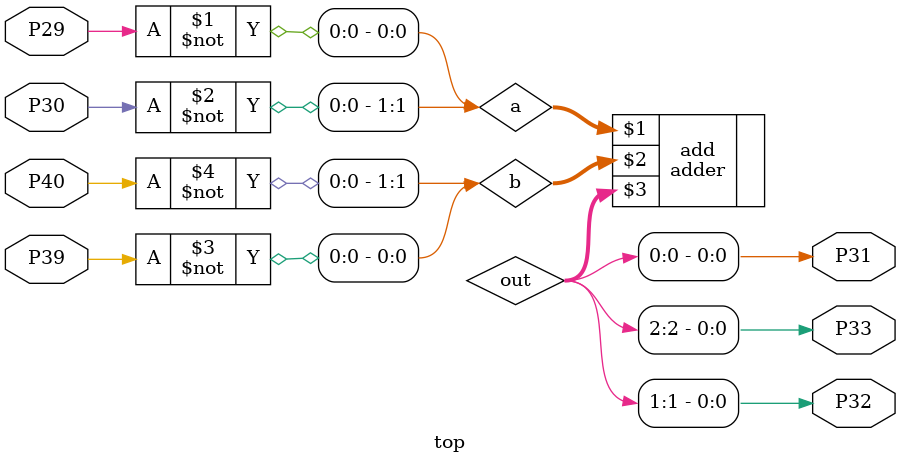
<source format=v>

`ifdef LINTER
    `include "rtl/adder.v"
`endif

module top (
    input               P39, P40,
    input               P29, P30,
    output wire         P31, P32, P33
);

    wire [1:0] a = {~P30,~P29};
    wire [1:0] b = {~P40,~P39};

    wire [2:0] out;
    assign {P33,P32,P31} = out;

    adder #(2) add (
        a, b, out
    );

endmodule

</source>
